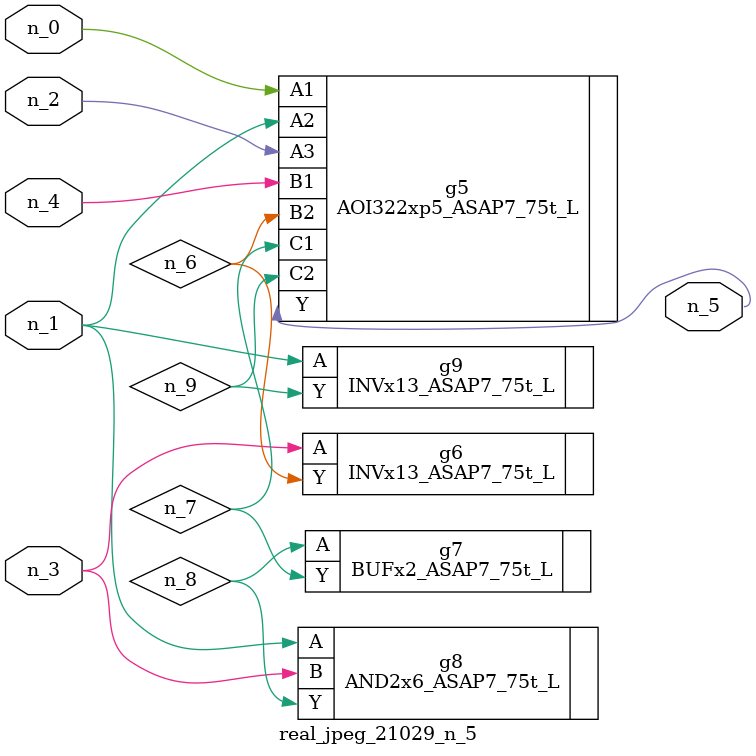
<source format=v>
module real_jpeg_21029_n_5 (n_4, n_0, n_1, n_2, n_3, n_5);

input n_4;
input n_0;
input n_1;
input n_2;
input n_3;

output n_5;

wire n_8;
wire n_6;
wire n_7;
wire n_9;

AOI322xp5_ASAP7_75t_L g5 ( 
.A1(n_0),
.A2(n_1),
.A3(n_2),
.B1(n_4),
.B2(n_6),
.C1(n_7),
.C2(n_9),
.Y(n_5)
);

AND2x6_ASAP7_75t_L g8 ( 
.A(n_1),
.B(n_3),
.Y(n_8)
);

INVx13_ASAP7_75t_L g9 ( 
.A(n_1),
.Y(n_9)
);

INVx13_ASAP7_75t_L g6 ( 
.A(n_3),
.Y(n_6)
);

BUFx2_ASAP7_75t_L g7 ( 
.A(n_8),
.Y(n_7)
);


endmodule
</source>
